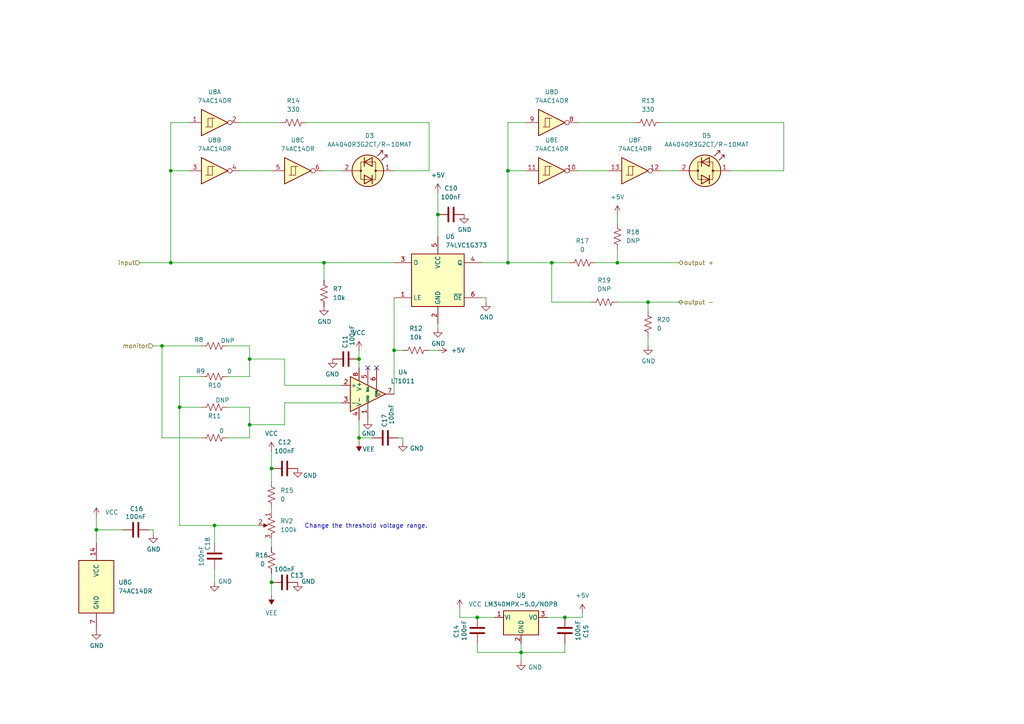
<source format=kicad_sch>
(kicad_sch (version 20231120) (generator "eeschema") (generator_version "8.0")
  (paper "A4")
  (lib_symbols
    (symbol "74xGxx:74LVC1G373"
      (property "Reference" "U" (at -5.08 10.16 0))
      (property "Value" "74LVC1G373" (at 7.62 -10.16 0))
      (symbol "74LVC1G373_0_1"
        (rectangle (start -7.62 7.62) (end 7.62 -7.62) (stroke (width 0.254)) (fill (type background)))
      )
      (symbol "74LVC1G373_1_1"
        (pin input line (at -12.7 -5.08 0) (length 5.08) (name "LE") (number "1"))
        (pin power_in line (at 0 -12.7 90) (length 5.08) (name "GND") (number "2"))
        (pin input line (at -12.7 5.08 0) (length 5.08) (name "D") (number "3"))
        (pin tri_state line (at 12.7 5.08 180) (length 5.08) (name "Q") (number "4"))
        (pin power_in line (at 0 12.7 270) (length 5.08) (name "VCC") (number "5"))
        (pin input line (at 12.7 -5.08 180) (length 5.08) (name "~{OE}") (number "6"))
      )
    )
    (symbol "74xx:74LS14" (pin_names (offset 1.016))
      (property "Reference" "U" (at 0 1.27 0))
      (property "Value" "74LS14" (at 0 -1.27 0))
      (symbol "74LS14_1_0"
        (polyline (pts (xy -3.81 3.81) (xy -3.81 -3.81) (xy 3.81 0) (xy -3.81 3.81)) (stroke (width 0.254)) (fill (type background)))
        (pin input line (at -7.62 0 0) (length 3.81) (name "~") (number "1"))
        (pin output inverted (at 7.62 0 180) (length 3.81) (name "~") (number "2"))
      )
      (symbol "74LS14_1_1"
        (polyline (pts (xy -1.905 -1.27) (xy -1.905 1.27) (xy -0.635 1.27)))
        (polyline (pts (xy -2.54 -1.27) (xy -0.635 -1.27) (xy -0.635 1.27) (xy 0 1.27)))
      )
      (symbol "74LS14_2_0"
        (polyline (pts (xy -3.81 3.81) (xy -3.81 -3.81) (xy 3.81 0) (xy -3.81 3.81)) (stroke (width 0.254)) (fill (type background)))
        (pin input line (at -7.62 0 0) (length 3.81) (name "~") (number "3"))
        (pin output inverted (at 7.62 0 180) (length 3.81) (name "~") (number "4"))
      )
      (symbol "74LS14_2_1"
        (polyline (pts (xy -1.905 -1.27) (xy -1.905 1.27) (xy -0.635 1.27)))
        (polyline (pts (xy -2.54 -1.27) (xy -0.635 -1.27) (xy -0.635 1.27) (xy 0 1.27)))
      )
      (symbol "74LS14_3_0"
        (polyline (pts (xy -3.81 3.81) (xy -3.81 -3.81) (xy 3.81 0) (xy -3.81 3.81)) (stroke (width 0.254)) (fill (type background)))
        (pin input line (at -7.62 0 0) (length 3.81) (name "~") (number "5"))
        (pin output inverted (at 7.62 0 180) (length 3.81) (name "~") (number "6"))
      )
      (symbol "74LS14_3_1"
        (polyline (pts (xy -1.905 -1.27) (xy -1.905 1.27) (xy -0.635 1.27)))
        (polyline (pts (xy -2.54 -1.27) (xy -0.635 -1.27) (xy -0.635 1.27) (xy 0 1.27)))
      )
      (symbol "74LS14_4_0"
        (polyline (pts (xy -3.81 3.81) (xy -3.81 -3.81) (xy 3.81 0) (xy -3.81 3.81)) (stroke (width 0.254)) (fill (type background)))
        (pin output inverted (at 7.62 0 180) (length 3.81) (name "~") (number "8"))
        (pin input line (at -7.62 0 0) (length 3.81) (name "~") (number "9"))
      )
      (symbol "74LS14_4_1"
        (polyline (pts (xy -1.905 -1.27) (xy -1.905 1.27) (xy -0.635 1.27)))
        (polyline (pts (xy -2.54 -1.27) (xy -0.635 -1.27) (xy -0.635 1.27) (xy 0 1.27)))
      )
      (symbol "74LS14_5_0"
        (polyline (pts (xy -3.81 3.81) (xy -3.81 -3.81) (xy 3.81 0) (xy -3.81 3.81)) (stroke (width 0.254)) (fill (type background)))
        (pin output inverted (at 7.62 0 180) (length 3.81) (name "~") (number "10"))
        (pin input line (at -7.62 0 0) (length 3.81) (name "~") (number "11"))
      )
      (symbol "74LS14_5_1"
        (polyline (pts (xy -1.905 -1.27) (xy -1.905 1.27) (xy -0.635 1.27)))
        (polyline (pts (xy -2.54 -1.27) (xy -0.635 -1.27) (xy -0.635 1.27) (xy 0 1.27)))
      )
      (symbol "74LS14_6_0"
        (polyline (pts (xy -3.81 3.81) (xy -3.81 -3.81) (xy 3.81 0) (xy -3.81 3.81)) (stroke (width 0.254)) (fill (type background)))
        (pin output inverted (at 7.62 0 180) (length 3.81) (name "~") (number "12"))
        (pin input line (at -7.62 0 0) (length 3.81) (name "~") (number "13"))
      )
      (symbol "74LS14_6_1"
        (polyline (pts (xy -1.905 -1.27) (xy -1.905 1.27) (xy -0.635 1.27)))
        (polyline (pts (xy -2.54 -1.27) (xy -0.635 -1.27) (xy -0.635 1.27) (xy 0 1.27)))
      )
      (symbol "74LS14_7_0"
        (pin power_in line (at 0 12.7 270) (length 5.08) (name "VCC") (number "14"))
        (pin power_in line (at 0 -12.7 90) (length 5.08) (name "GND") (number "7"))
      )
      (symbol "74LS14_7_1"
        (rectangle (start -5.08 7.62) (end 5.08 -7.62) (stroke (width 0.254)) (fill (type background)))
      )
    )
    (symbol "Coil_speedifier-rescue:GND-power" (power) (pin_names (offset 0))
      (property "Value" "power_GND" (at 0 -3.81 0))
      (symbol "GND-power_0_1"
        (polyline (pts (xy 0 0) (xy 0 -1.27) (xy 1.27 -1.27) (xy 0 -2.54) (xy -1.27 -1.27) (xy 0 -1.27)))
      )
      (symbol "GND-power_1_1"
        (pin power_in line (at 0 0 270) (length 0) hide (name "GND") (number "1"))
      )
    )
    (symbol "Comparator:LT1011" (pin_names (offset 0.127))
      (property "Reference" "U" (at 3.81 6.35 0))
      (property "Value" "LT1011" (at 3.81 3.81 0))
      (symbol "LT1011_0_1"
        (polyline (pts (xy 5.08 0) (xy -5.08 5.08) (xy -5.08 -5.08) (xy 5.08 0)) (stroke (width 0.254)) (fill (type background)))
        (polyline (pts (xy 3.683 -0.381) (xy 3.302 -0.381) (xy 3.683 0) (xy 3.302 0.381) (xy 2.921 0) (xy 3.302 -0.381) (xy 2.921 -0.381)) (stroke (width 0.127)))
      )
      (symbol "LT1011_1_1"
        (pin passive line (at 0 -7.62 90) (length 5.08) (name "GND") (number "1"))
        (pin input line (at -7.62 2.54 0) (length 2.54) (name "+") (number "2"))
        (pin input line (at -7.62 -2.54 0) (length 2.54) (name "-") (number "3"))
        (pin power_in line (at -2.54 -7.62 90) (length 3.81) (name "V-") (number "4"))
        (pin input line (at 0 7.62 270) (length 5.08) (name "BAL") (number "5"))
        (pin input line (at 2.54 7.62 270) (length 6.35) (name "STRB") (number "6"))
        (pin open_collector line (at 7.62 0 180) (length 2.54) (name "~") (number "7"))
        (pin power_in line (at -2.54 7.62 270) (length 3.81) (name "V+") (number "8"))
      )
    )
    (symbol "Device:C" (pin_numbers hide) (pin_names (offset 0.254))
      (property "Reference" "C" (at 0.635 2.54 0))
      (property "Value" "C" (at 0.635 -2.54 0))
      (symbol "C_0_1"
        (polyline (pts (xy -2.032 -0.762) (xy 2.032 -0.762)) (stroke (width 0.508)))
        (polyline (pts (xy -2.032 0.762) (xy 2.032 0.762)) (stroke (width 0.508)))
      )
      (symbol "C_1_1"
        (pin passive line (at 0 3.81 270) (length 2.794) (name "~") (number "1"))
        (pin passive line (at 0 -3.81 90) (length 2.794) (name "~") (number "2"))
      )
    )
    (symbol "Device:LED_Dual_Bidirectional" (pin_names (offset 0) hide)
      (property "Reference" "D" (at 0 5.715 0))
      (property "Value" "LED_Dual_Bidirectional" (at 0 -6.35 0))
      (symbol "LED_Dual_Bidirectional_0_1"
        (circle (center -2.032 0) (radius 0.254) (fill (type outline)))
        (polyline (pts (xy -4.572 0) (xy -2.54 0)))
        (polyline (pts (xy -2.032 0) (xy -2.54 0)))
        (polyline (pts (xy -1.016 3.81) (xy -1.016 1.27)) (stroke (width 0.254)))
        (polyline (pts (xy 1.27 -1.27) (xy 1.27 -3.81)) (stroke (width 0.254)))
        (polyline (pts (xy 4.064 0) (xy 2.286 0)) (fill (type outline)))
        (polyline (pts (xy 4.318 5.842) (xy 4.318 5.08)) (stroke (width 0.2032)))
        (polyline (pts (xy 5.588 4.572) (xy 5.588 3.81)) (stroke (width 0.2032)))
        (polyline (pts (xy 2.794 4.318) (xy 4.318 5.842) (xy 3.556 5.842)) (stroke (width 0.2032)))
        (polyline (pts (xy 4.064 3.048) (xy 5.588 4.572) (xy 4.826 4.572)) (stroke (width 0.2032)))
        (polyline (pts (xy -1.016 -1.27) (xy -1.016 -3.81) (xy 1.27 -2.54) (xy -1.016 -1.27)) (stroke (width 0.254)))
        (polyline (pts (xy 1.27 3.81) (xy 1.27 1.27) (xy -1.016 2.54) (xy 1.27 3.81)) (stroke (width 0.254)))
        (polyline (pts (xy 2.286 2.54) (xy -2.032 2.54) (xy -2.032 -2.54) (xy 2.286 -2.54) (xy 2.286 2.54)))
        (circle (center 0 0) (radius 4.572) (stroke (width 0.254)) (fill (type background)))
        (circle (center 2.286 0) (radius 0.254) (fill (type outline)))
      )
      (symbol "LED_Dual_Bidirectional_1_1"
        (pin input line (at 7.62 0 180) (length 3.81) (name "KA") (number "1"))
        (pin input line (at -7.62 0 0) (length 3.048) (name "AK") (number "2"))
      )
    )
    (symbol "Device:R_Potentiometer_US" (pin_names (offset 1.016) hide)
      (property "Reference" "RV" (at -4.445 0 90))
      (property "Value" "R_Potentiometer_US" (at -2.54 0 90))
      (symbol "R_Potentiometer_US_0_1"
        (polyline (pts (xy 0 -2.286) (xy 0 -2.54)))
        (polyline (pts (xy 0 2.54) (xy 0 2.286)))
        (polyline (pts (xy 2.54 0) (xy 1.524 0)))
        (polyline (pts (xy 1.143 0) (xy 2.286 0.508) (xy 2.286 -0.508) (xy 1.143 0)) (fill (type outline)))
        (polyline (pts (xy 0 -0.762) (xy 1.016 -1.143) (xy 0 -1.524) (xy -1.016 -1.905) (xy 0 -2.286)))
        (polyline (pts (xy 0 0.762) (xy 1.016 0.381) (xy 0 0) (xy -1.016 -0.381) (xy 0 -0.762)))
        (polyline (pts (xy 0 2.286) (xy 1.016 1.905) (xy 0 1.524) (xy -1.016 1.143) (xy 0 0.762)))
      )
      (symbol "R_Potentiometer_US_1_1"
        (pin passive line (at 0 3.81 270) (length 1.27) (name "1") (number "1"))
        (pin passive line (at 3.81 0 180) (length 1.27) (name "2") (number "2"))
        (pin passive line (at 0 -3.81 90) (length 1.27) (name "3") (number "3"))
      )
    )
    (symbol "Device:R_US" (pin_numbers hide) (pin_names (offset 0))
      (property "Reference" "R" (at 2.54 0 90))
      (property "Value" "R_US" (at -2.54 0 90))
      (symbol "R_US_0_1"
        (polyline (pts (xy 0 -2.286) (xy 0 -2.54)))
        (polyline (pts (xy 0 2.286) (xy 0 2.54)))
        (polyline (pts (xy 0 -0.762) (xy 1.016 -1.143) (xy 0 -1.524) (xy -1.016 -1.905) (xy 0 -2.286)))
        (polyline (pts (xy 0 0.762) (xy 1.016 0.381) (xy 0 0) (xy -1.016 -0.381) (xy 0 -0.762)))
        (polyline (pts (xy 0 2.286) (xy 1.016 1.905) (xy 0 1.524) (xy -1.016 1.143) (xy 0 0.762)))
      )
      (symbol "R_US_1_1"
        (pin passive line (at 0 3.81 270) (length 1.27) (name "~") (number "1"))
        (pin passive line (at 0 -3.81 90) (length 1.27) (name "~") (number "2"))
      )
    )
    (symbol "Regulator_Linear:LM7805_TO220" (pin_names (offset 0.254))
      (property "Reference" "U" (at -3.81 3.175 0))
      (property "Value" "LM7805_TO220" (at 0 3.175 0))
      (symbol "LM7805_TO220_0_1"
        (rectangle (start -5.08 1.905) (end 5.08 -5.08) (stroke (width 0.254)) (fill (type background)))
      )
      (symbol "LM7805_TO220_1_1"
        (pin power_in line (at -7.62 0 0) (length 2.54) (name "VI") (number "1"))
        (pin power_in line (at 0 -7.62 90) (length 2.54) (name "GND") (number "2"))
        (pin power_out line (at 7.62 0 180) (length 2.54) (name "VO") (number "3"))
      )
    )
    (symbol "power:+5V" (power) (pin_numbers hide) (pin_names (offset 0) hide)
      (property "Value" "+5V" (at 0 3.556 0))
      (symbol "+5V_0_1"
        (polyline (pts (xy -0.762 1.27) (xy 0 2.54)))
        (polyline (pts (xy 0 0) (xy 0 2.54)))
        (polyline (pts (xy 0 2.54) (xy 0.762 1.27)))
      )
      (symbol "+5V_1_1"
        (pin power_in line (at 0 0 90) (length 0) (name "~") (number "1"))
      )
    )
    (symbol "power:VCC" (power) (pin_numbers hide) (pin_names (offset 0) hide)
      (property "Value" "VCC" (at 0 3.556 0))
      (symbol "VCC_0_1"
        (polyline (pts (xy -0.762 1.27) (xy 0 2.54)))
        (polyline (pts (xy 0 0) (xy 0 2.54)))
        (polyline (pts (xy 0 2.54) (xy 0.762 1.27)))
      )
      (symbol "VCC_1_1"
        (pin power_in line (at 0 0 90) (length 0) (name "~") (number "1"))
      )
    )
    (symbol "power:VEE" (power) (pin_numbers hide) (pin_names (offset 0) hide)
      (property "Value" "VEE" (at 0 3.556 0))
      (symbol "VEE_0_1"
        (polyline (pts (xy 0 0) (xy 0 2.54)))
        (polyline (pts (xy 0.762 1.27) (xy -0.762 1.27) (xy 0 2.54) (xy 0.762 1.27)) (fill (type outline)))
      )
      (symbol "VEE_1_1"
        (pin power_in line (at 0 0 90) (length 0) (name "~") (number "1"))
      )
    )
  )
  (junction (at 46.99 100.33))
  (junction (at 49.53 76.2))
  (junction (at 147.32 76.2))
  (junction (at 72.39 123.19))
  (junction (at 151.13 189.23))
  (junction (at 62.23 152.4))
  (junction (at 52.07 118.11))
  (junction (at 147.32 49.53))
  (junction (at 104.14 127))
  (junction (at 93.98 76.2))
  (junction (at 78.74 135.89))
  (junction (at 72.39 104.14))
  (junction (at 104.14 104.14))
  (junction (at 163.83 179.07))
  (junction (at 179.07 76.2))
  (junction (at 49.53 49.53))
  (junction (at 127 62.23))
  (junction (at 138.43 179.07))
  (junction (at 78.74 168.91))
  (junction (at 187.96 87.63))
  (junction (at 27.94 153.67))
  (junction (at 114.3 101.6))
  (junction (at 160.02 76.2))
  (no_connect (at 109.22 106.68))
  (no_connect (at 106.68 106.68))
  (wire (pts (xy 187.96 87.63) (xy 198.12 87.63)))
  (wire (pts (xy 163.83 189.23) (xy 151.13 189.23)))
  (wire (pts (xy 78.74 130.81) (xy 78.74 135.89)))
  (wire (pts (xy 46.99 100.33) (xy 58.42 100.33)))
  (wire (pts (xy 58.42 109.22) (xy 52.07 109.22)))
  (wire (pts (xy 72.39 118.11) (xy 72.39 123.19)))
  (wire (pts (xy 44.45 153.67) (xy 43.18 153.67)))
  (wire (pts (xy 62.23 157.48) (xy 62.23 152.4)))
  (wire (pts (xy 127 62.23) (xy 127 68.58)))
  (wire (pts (xy 66.04 118.11) (xy 72.39 118.11)))
  (wire (pts (xy 147.32 76.2) (xy 160.02 76.2)))
  (wire (pts (xy 158.75 179.07) (xy 163.83 179.07)))
  (wire (pts (xy 127 55.88) (xy 127 62.23)))
  (wire (pts (xy 124.46 35.56) (xy 124.46 49.53)))
  (wire (pts (xy 62.23 152.4) (xy 74.93 152.4)))
  (wire (pts (xy 116.84 127) (xy 115.57 127)))
  (wire (pts (xy 160.02 76.2) (xy 165.1 76.2)))
  (wire (pts (xy 104.14 127) (xy 107.95 127)))
  (wire (pts (xy 160.02 87.63) (xy 160.02 76.2)))
  (wire (pts (xy 114.3 86.36) (xy 114.3 101.6)))
  (wire (pts (xy 179.07 72.39) (xy 179.07 76.2)))
  (wire (pts (xy 27.94 153.67) (xy 27.94 157.48)))
  (wire (pts (xy 114.3 101.6) (xy 114.3 114.3)))
  (wire (pts (xy 167.64 35.56) (xy 184.15 35.56)))
  (wire (pts (xy 104.14 127) (xy 104.14 128.27)))
  (wire (pts (xy 58.42 127) (xy 46.99 127)))
  (wire (pts (xy 52.07 118.11) (xy 52.07 152.4)))
  (wire (pts (xy 82.55 111.76) (xy 82.55 104.14)))
  (wire (pts (xy 168.91 179.07) (xy 163.83 179.07)))
  (wire (pts (xy 40.64 76.2) (xy 49.53 76.2)))
  (wire (pts (xy 78.74 135.89) (xy 78.74 139.7)))
  (wire (pts (xy 133.35 176.53) (xy 133.35 179.07)))
  (wire (pts (xy 187.96 97.79) (xy 187.96 100.33)))
  (wire (pts (xy 179.07 62.23) (xy 179.07 64.77)))
  (wire (pts (xy 114.3 76.2) (xy 93.98 76.2)))
  (wire (pts (xy 27.94 149.86) (xy 27.94 153.67)))
  (wire (pts (xy 99.06 111.76) (xy 82.55 111.76)))
  (wire (pts (xy 163.83 186.69) (xy 163.83 189.23)))
  (wire (pts (xy 49.53 35.56) (xy 49.53 49.53)))
  (wire (pts (xy 114.3 101.6) (xy 116.84 101.6)))
  (wire (pts (xy 52.07 118.11) (xy 58.42 118.11)))
  (wire (pts (xy 227.33 35.56) (xy 227.33 49.53)))
  (wire (pts (xy 167.64 49.53) (xy 176.53 49.53)))
  (wire (pts (xy 227.33 49.53) (xy 212.09 49.53)))
  (wire (pts (xy 147.32 49.53) (xy 152.4 49.53)))
  (wire (pts (xy 46.99 127) (xy 46.99 100.33)))
  (wire (pts (xy 127 101.6) (xy 124.46 101.6)))
  (wire (pts (xy 44.45 154.94) (xy 44.45 153.67)))
  (wire (pts (xy 191.77 49.53) (xy 196.85 49.53)))
  (wire (pts (xy 147.32 35.56) (xy 147.32 49.53)))
  (wire (pts (xy 69.85 49.53) (xy 78.74 49.53)))
  (wire (pts (xy 66.04 100.33) (xy 72.39 100.33)))
  (wire (pts (xy 171.45 87.63) (xy 160.02 87.63)))
  (wire (pts (xy 49.53 49.53) (xy 49.53 76.2)))
  (wire (pts (xy 82.55 123.19) (xy 72.39 123.19)))
  (wire (pts (xy 35.56 153.67) (xy 27.94 153.67)))
  (wire (pts (xy 151.13 186.69) (xy 151.13 189.23)))
  (wire (pts (xy 140.97 86.36) (xy 139.7 86.36)))
  (wire (pts (xy 139.7 76.2) (xy 147.32 76.2)))
  (wire (pts (xy 88.9 35.56) (xy 124.46 35.56)))
  (wire (pts (xy 66.04 109.22) (xy 72.39 109.22)))
  (wire (pts (xy 78.74 166.37) (xy 78.74 168.91)))
  (wire (pts (xy 151.13 189.23) (xy 151.13 191.77)))
  (wire (pts (xy 104.14 104.14) (xy 104.14 106.68)))
  (wire (pts (xy 52.07 152.4) (xy 62.23 152.4)))
  (wire (pts (xy 196.85 76.2) (xy 179.07 76.2)))
  (wire (pts (xy 72.39 104.14) (xy 72.39 109.22)))
  (wire (pts (xy 179.07 87.63) (xy 187.96 87.63)))
  (wire (pts (xy 127 95.25) (xy 127 93.98)))
  (wire (pts (xy 133.35 179.07) (xy 138.43 179.07)))
  (wire (pts (xy 72.39 100.33) (xy 72.39 104.14)))
  (wire (pts (xy 138.43 186.69) (xy 138.43 189.23)))
  (wire (pts (xy 138.43 189.23) (xy 151.13 189.23)))
  (wire (pts (xy 44.45 100.33) (xy 46.99 100.33)))
  (wire (pts (xy 116.84 128.27) (xy 116.84 127)))
  (wire (pts (xy 99.06 116.84) (xy 82.55 116.84)))
  (wire (pts (xy 49.53 76.2) (xy 93.98 76.2)))
  (wire (pts (xy 191.77 35.56) (xy 227.33 35.56)))
  (wire (pts (xy 78.74 168.91) (xy 78.74 172.72)))
  (wire (pts (xy 82.55 116.84) (xy 82.55 123.19)))
  (wire (pts (xy 104.14 121.92) (xy 104.14 127)))
  (wire (pts (xy 99.06 49.53) (xy 93.98 49.53)))
  (wire (pts (xy 82.55 104.14) (xy 72.39 104.14)))
  (wire (pts (xy 66.04 127) (xy 72.39 127)))
  (wire (pts (xy 54.61 35.56) (xy 49.53 35.56)))
  (wire (pts (xy 140.97 87.63) (xy 140.97 86.36)))
  (wire (pts (xy 147.32 49.53) (xy 147.32 76.2)))
  (wire (pts (xy 168.91 177.8) (xy 168.91 179.07)))
  (wire (pts (xy 49.53 49.53) (xy 54.61 49.53)))
  (wire (pts (xy 104.14 101.6) (xy 104.14 104.14)))
  (wire (pts (xy 62.23 165.1) (xy 62.23 168.91)))
  (wire (pts (xy 78.74 158.75) (xy 78.74 156.21)))
  (wire (pts (xy 138.43 179.07) (xy 143.51 179.07)))
  (wire (pts (xy 93.98 81.28) (xy 93.98 76.2)))
  (wire (pts (xy 69.85 35.56) (xy 81.28 35.56)))
  (wire (pts (xy 72.39 123.19) (xy 72.39 127)))
  (wire (pts (xy 78.74 147.32) (xy 78.74 148.59)))
  (wire (pts (xy 52.07 109.22) (xy 52.07 118.11)))
  (wire (pts (xy 124.46 49.53) (xy 114.3 49.53)))
  (wire (pts (xy 152.4 35.56) (xy 147.32 35.56)))
  (wire (pts (xy 187.96 87.63) (xy 187.96 90.17)))
  (wire (pts (xy 172.72 76.2) (xy 179.07 76.2)))
  (text "Change the threshold voltage range." (at 106.172 152.654 0) (effects (font (size 1.27 1.27))))
  (hierarchical_label "output -" (shape bidirectional) (at 196.85 87.63 0))
  (hierarchical_label "input" (shape input) (at 40.64 76.2 180))
  (hierarchical_label "monitor" (shape input) (at 44.45 100.33 180))
  (hierarchical_label "output +" (shape bidirectional) (at 196.85 76.2 0))
  (symbol (lib_id "power:VCC") (at 78.74 130.81 0) (unit 1)
    (property "Reference" "#PWR029" (effects (hide yes)))
    (property "Value" "VCC" (at 78.74 125.73 0))
    (property "Description" "Power symbol creates a global label with name \"VCC\"" (effects (hide yes)))
  )
  (symbol (lib_id "Coil_speedifier-rescue:GND-power") (at 86.36 135.89 0) (unit 1)
    (property "Reference" "#PWR034" (effects (hide yes)))
    (property "Value" "GND" (at 89.916 137.922 0))
  )
  (symbol (lib_id "power:VEE") (at 104.14 128.27 180) (unit 1)
    (property "Reference" "#PWR032" (effects (hide yes)))
    (property "Value" "VEE" (at 106.934 130.302 0))
    (property "Description" "Power symbol creates a global label with name \"VEE\"" (effects (hide yes)))
  )
  (symbol (lib_id "Coil_speedifier-rescue:GND-power") (at 27.94 182.88 0) (unit 1)
    (property "Reference" "#PWR018" (effects (hide yes)))
    (property "Value" "GND" (at 28.067 187.2742 0))
  )
  (symbol (lib_id "Coil_speedifier-rescue:GND-power") (at 116.84 128.27 0) (unit 1)
    (property "Reference" "#PWR041" (effects (hide yes)))
    (property "Value" "GND" (at 120.904 130.048 0))
  )
  (symbol (lib_id "power:VEE") (at 78.74 172.72 180) (unit 1)
    (property "Reference" "#PWR028" (effects (hide yes)))
    (property "Value" "VEE" (at 78.74 177.8 0))
    (property "Description" "Power symbol creates a global label with name \"VEE\"" (effects (hide yes)))
  )
  (symbol (lib_id "Coil_speedifier-rescue:GND-power") (at 106.68 121.92 0) (unit 1)
    (property "Reference" "#PWR031" (effects (hide yes)))
    (property "Value" "GND" (at 106.934 125.73 0))
  )
  (symbol (lib_id "Device:R_US") (at 85.09 35.56 90) (unit 1)
    (property "Reference" "R14" (at 85.09 29.21 90))
    (property "Value" "330" (at 85.09 31.75 90))
    (property "Footprint" "Resistor_SMD:R_0805_2012Metric" (effects (hide yes)))
    (property "Description" "Resistor, US symbol" (effects (hide yes)))
    (property "DIGIKEY" "A129743CT-ND" (effects (hide yes)))
    (property "PARTNO" "CRGCQ0805F330R" (effects (hide yes)))
  )
  (symbol (lib_id "Device:R_US") (at 62.23 100.33 90) (unit 1)
    (property "Reference" "R8" (at 57.658 98.552 90))
    (property "Value" "DNP" (at 66.04 98.806 90))
    (property "Footprint" "Resistor_SMD:R_0805_2012Metric" (effects (hide yes)))
    (property "Description" "Resistor, US symbol" (effects (hide yes)))
  )
  (symbol (lib_id "Device:R_US") (at 62.23 109.22 90) (unit 1)
    (property "Reference" "R9" (at 58.166 107.696 90))
    (property "Value" "0" (at 66.548 107.696 90))
    (property "Footprint" "Resistor_SMD:R_0805_2012Metric" (effects (hide yes)))
    (property "Description" "Resistor, US symbol" (effects (hide yes)))
    (property "DIGIKEY" "A106066CT-ND" (effects (hide yes)))
    (property "PARTNO" "CRG0805ZR" (effects (hide yes)))
  )
  (symbol (lib_id "Coil_speedifier-rescue:GND-power") (at 96.52 104.14 0) (mirror y) (unit 1)
    (property "Reference" "#PWR036" (effects (hide yes)))
    (property "Value" "GND" (at 96.393 108.5342 0))
  )
  (symbol (lib_id "Device:R_US") (at 179.07 68.58 180) (unit 1)
    (property "Reference" "R18" (at 181.61 67.3099 0) (effects (justify right)))
    (property "Value" "DNP" (at 181.61 69.8499 0) (effects (justify right)))
    (property "Footprint" "Resistor_SMD:R_0805_2012Metric" (effects (hide yes)))
    (property "Description" "Resistor, US symbol" (effects (hide yes)))
  )
  (symbol (lib_id "Device:R_US") (at 78.74 143.51 180) (unit 1)
    (property "Reference" "R15" (at 81.28 142.2399 0) (effects (justify right)))
    (property "Value" "0" (at 81.28 144.7799 0) (effects (justify right)))
    (property "Footprint" "Resistor_SMD:R_0805_2012Metric" (effects (hide yes)))
    (property "Description" "Resistor, US symbol" (effects (hide yes)))
    (property "DIGIKEY" "A106066CT-ND" (effects (hide yes)))
    (property "PARTNO" "CRG0805ZR" (effects (hide yes)))
  )
  (symbol (lib_id "Coil_speedifier-rescue:GND-power") (at 140.97 87.63 0) (unit 1)
    (property "Reference" "#PWR025" (effects (hide yes)))
    (property "Value" "GND" (at 141.097 92.0242 0))
  )
  (symbol (lib_id "Device:C") (at 111.76 127 270) (mirror x) (unit 1)
    (property "Reference" "C17" (at 111.506 123.952 0) (effects (justify left)))
    (property "Value" "100nF" (at 113.538 123.19 0) (effects (justify left)))
    (property "Footprint" "Capacitor_SMD:C_0805_2012Metric" (effects (hide yes)))
    (property "Description" "Unpolarized capacitor" (effects (hide yes)))
    (property "DIGIKEY" "311-1140-1-ND" (effects (hide yes)))
    (property "PARTNO" "CC0805KRX7R9BB104" (effects (hide yes)))
  )
  (symbol (lib_id "Coil_speedifier-rescue:GND-power") (at 93.98 88.9 0) (unit 1)
    (property "Reference" "#PWR024" (effects (hide yes)))
    (property "Value" "GND" (at 94.107 93.2942 0))
  )
  (symbol (lib_id "power:VCC") (at 104.14 101.6 0) (mirror y) (unit 1)
    (property "Reference" "#PWR033" (effects (hide yes)))
    (property "Value" "VCC" (at 104.14 96.52 0))
    (property "Description" "Power symbol creates a global label with name \"VCC\"" (effects (hide yes)))
  )
  (symbol (lib_id "Device:C") (at 82.55 135.89 90) (unit 1)
    (property "Reference" "C12" (at 82.55 128.27 90))
    (property "Value" "100nF" (at 82.55 130.81 90))
    (property "Footprint" "Capacitor_SMD:C_0805_2012Metric" (effects (hide yes)))
    (property "Description" "Unpolarized capacitor" (effects (hide yes)))
    (property "DIGIKEY" "311-1140-1-ND" (effects (hide yes)))
    (property "PARTNO" "CC0805KRX7R9BB104" (effects (hide yes)))
  )
  (symbol (lib_id "Device:C") (at 62.23 161.29 180) (unit 1)
    (property "Reference" "C18" (at 60.198 157.734 90))
    (property "Value" "100nF" (at 58.42 161.29 90))
    (property "Footprint" "Capacitor_SMD:C_0805_2012Metric" (effects (hide yes)))
    (property "Description" "Unpolarized capacitor" (effects (hide yes)))
    (property "DIGIKEY" "311-1140-1-ND" (effects (hide yes)))
    (property "PARTNO" "CC0805KRX7R9BB104" (effects (hide yes)))
  )
  (symbol (lib_id "Device:R_US") (at 93.98 85.09 0) (unit 1)
    (property "Reference" "R7" (at 96.52 83.8199 0) (effects (justify left)))
    (property "Value" "10k" (at 96.52 86.3599 0) (effects (justify left)))
    (property "Footprint" "Resistor_SMD:R_0805_2012Metric" (effects (hide yes)))
    (property "Description" "Resistor, US symbol" (effects (hide yes)))
    (property "DIGIKEY" "A129761CT-ND" (effects (hide yes)))
    (property "PARTNO" "CRGCQ0805F10K" (effects (hide yes)))
  )
  (symbol (lib_id "power:+5V") (at 179.07 62.23 0) (unit 1)
    (property "Reference" "#PWR043" (effects (hide yes)))
    (property "Value" "+5V" (at 179.07 57.15 0))
    (property "Description" "Power symbol creates a global label with name \"+5V\"" (effects (hide yes)))
  )
  (symbol (lib_id "Regulator_Linear:LM7805_TO220") (at 151.13 179.07 0) (unit 1)
    (property "Reference" "U5" (at 151.13 172.72 0))
    (property "Value" "LM340MPX-5.0/NOPB" (at 151.13 175.26 0))
    (property "Footprint" "Package_TO_SOT_SMD:SOT-223-3_TabPin2" (effects (hide yes)))
    (property "Datasheet" "https://www.onsemi.cn/PowerSolutions/document/MC7800-D.PDF" (effects (hide yes)))
    (property "Description" "Positive 1A 35V Linear Regulator, Fixed Output 5V, TO-220" (effects (hide yes)))
    (property "PARTNO" "LM340MPX-5.0/NOPB" (effects (hide yes)))
    (property "DIGIKEY" "LM340MPX-5.0/NOPBCT-ND" (effects (hide yes)))
  )
  (symbol (lib_id "Device:LED_Dual_Bidirectional") (at 106.68 49.53 0) (unit 1)
    (property "Reference" "D3" (at 107.1753 39.37 0))
    (property "Value" "AA4040R3G2CT/R-10MAT" (at 107.1753 41.91 0))
    (property "Footprint" "footprints:LED_boomerang" (effects (hide yes)))
    (property "Description" "Dual LED, bidirectional" (effects (hide yes)))
    (property "PARTNO" "AA4040R3G2CT/R-10MAT" (effects (hide yes)))
    (property "DIGIKEY" "754-AA4040R3G2CT/R-10MATCT-ND" (effects (hide yes)))
  )
  (symbol (lib_id "Device:R_US") (at 187.96 93.98 180) (unit 1)
    (property "Reference" "R20" (at 190.5 92.7099 0) (effects (justify right)))
    (property "Value" "0" (at 190.5 95.2499 0) (effects (justify right)))
    (property "Footprint" "Resistor_SMD:R_0805_2012Metric" (effects (hide yes)))
    (property "Description" "Resistor, US symbol" (effects (hide yes)))
    (property "DIGIKEY" "A106066CT-ND" (effects (hide yes)))
    (property "PARTNO" "CRG0805ZR" (effects (hide yes)))
  )
  (symbol (lib_id "Coil_speedifier-rescue:GND-power") (at 134.62 62.23 0) (unit 1)
    (property "Reference" "#PWR027" (effects (hide yes)))
    (property "Value" "GND" (at 134.747 66.6242 0))
  )
  (symbol (lib_id "Coil_speedifier-rescue:GND-power") (at 62.23 168.91 0) (unit 1)
    (property "Reference" "#PWR044" (effects (hide yes)))
    (property "Value" "GND" (at 65.278 168.656 0))
  )
  (symbol (lib_id "Coil_speedifier-rescue:GND-power") (at 44.45 154.94 0) (unit 1)
    (property "Reference" "#PWR040" (effects (hide yes)))
    (property "Value" "GND" (at 44.577 159.3342 0))
  )
  (symbol (lib_id "power:+5V") (at 127 101.6 270) (unit 1)
    (property "Reference" "#PWR022" (effects (hide yes)))
    (property "Value" "+5V" (at 130.81 101.5999 90) (effects (justify left)))
    (property "Description" "Power symbol creates a global label with name \"+5V\"" (effects (hide yes)))
  )
  (symbol (lib_id "Device:R_US") (at 175.26 87.63 270) (unit 1)
    (property "Reference" "R19" (at 175.26 81.28 90))
    (property "Value" "DNP" (at 175.26 83.82 90))
    (property "Footprint" "Resistor_SMD:R_0805_2012Metric" (effects (hide yes)))
    (property "Description" "Resistor, US symbol" (effects (hide yes)))
  )
  (symbol (lib_id "74xx:74LS14") (at 160.02 35.56 0) (unit 4)
    (property "Reference" "U8" (at 160.02 26.67 0))
    (property "Value" "74AC14DR" (at 160.02 29.21 0))
    (property "Footprint" "Package_SO:SOIC-14_3.9x8.7mm_P1.27mm" (effects (hide yes)))
    (property "Datasheet" "http://www.ti.com/lit/gpn/sn74LS14" (effects (hide yes)))
    (property "Description" "Hex inverter schmitt trigger" (effects (hide yes)))
    (property "PARTNO" "SN74AC14DR" (effects (hide yes)))
    (property "DIGIKEY" "296-4300-1-ND" (effects (hide yes)))
  )
  (symbol (lib_id "Device:C") (at 39.37 153.67 270) (mirror x) (unit 1)
    (property "Reference" "C16" (at 39.624 147.574 90))
    (property "Value" "100nF" (at 39.37 149.86 90))
    (property "Footprint" "Capacitor_SMD:C_0805_2012Metric" (effects (hide yes)))
    (property "Description" "Unpolarized capacitor" (effects (hide yes)))
    (property "DIGIKEY" "311-1140-1-ND" (effects (hide yes)))
    (property "PARTNO" "CC0805KRX7R9BB104" (effects (hide yes)))
  )
  (symbol (lib_id "Device:LED_Dual_Bidirectional") (at 204.47 49.53 0) (unit 1)
    (property "Reference" "D5" (at 204.9653 39.37 0))
    (property "Value" "AA4040R3G2CT/R-10MAT" (at 204.9653 41.91 0))
    (property "Footprint" "footprints:LED_boomerang" (effects (hide yes)))
    (property "Description" "Dual LED, bidirectional" (effects (hide yes)))
    (property "PARTNO" "AA4040R3G2CT/R-10MAT" (effects (hide yes)))
    (property "DIGIKEY" "754-AA4040R3G2CT/R-10MATCT-ND" (effects (hide yes)))
  )
  (symbol (lib_id "Coil_speedifier-rescue:GND-power") (at 187.96 100.33 0) (unit 1)
    (property "Reference" "#PWR042" (effects (hide yes)))
    (property "Value" "GND" (at 188.087 104.7242 0))
  )
  (symbol (lib_id "Device:C") (at 130.81 62.23 90) (unit 1)
    (property "Reference" "C10" (at 130.81 54.61 90))
    (property "Value" "100nF" (at 130.81 57.15 90))
    (property "Footprint" "Capacitor_SMD:C_0805_2012Metric" (effects (hide yes)))
    (property "Description" "Unpolarized capacitor" (effects (hide yes)))
    (property "DIGIKEY" "311-1140-1-ND" (effects (hide yes)))
    (property "PARTNO" "CC0805KRX7R9BB104" (effects (hide yes)))
  )
  (symbol (lib_id "Device:C") (at 100.33 104.14 270) (mirror x) (unit 1)
    (property "Reference" "C11" (at 100.076 101.092 0) (effects (justify left)))
    (property "Value" "100nF" (at 102.108 100.33 0) (effects (justify left)))
    (property "Footprint" "Capacitor_SMD:C_0805_2012Metric" (effects (hide yes)))
    (property "Description" "Unpolarized capacitor" (effects (hide yes)))
    (property "DIGIKEY" "311-1140-1-ND" (effects (hide yes)))
    (property "PARTNO" "CC0805KRX7R9BB104" (effects (hide yes)))
  )
  (symbol (lib_id "74xx:74LS14") (at 86.36 49.53 0) (unit 3)
    (property "Reference" "U8" (at 86.36 40.64 0))
    (property "Value" "74AC14DR" (at 86.36 43.18 0))
    (property "Footprint" "Package_SO:SOIC-14_3.9x8.7mm_P1.27mm" (effects (hide yes)))
    (property "Datasheet" "http://www.ti.com/lit/gpn/sn74LS14" (effects (hide yes)))
    (property "Description" "Hex inverter schmitt trigger" (effects (hide yes)))
    (property "PARTNO" "SN74AC14DR" (effects (hide yes)))
    (property "DIGIKEY" "296-4300-1-ND" (effects (hide yes)))
  )
  (symbol (lib_id "Device:R_US") (at 120.65 101.6 90) (unit 1)
    (property "Reference" "R12" (at 120.65 95.25 90))
    (property "Value" "10k" (at 120.65 97.79 90))
    (property "Footprint" "Resistor_SMD:R_0805_2012Metric" (effects (hide yes)))
    (property "Description" "Resistor, US symbol" (effects (hide yes)))
    (property "DIGIKEY" "A129761CT-ND" (effects (hide yes)))
    (property "PARTNO" "CRGCQ0805F10K" (effects (hide yes)))
  )
  (symbol (lib_id "Device:R_US") (at 62.23 127 90) (unit 1)
    (property "Reference" "R11" (at 62.23 120.65 90))
    (property "Value" "0" (at 64.262 124.968 90))
    (property "Footprint" "Resistor_SMD:R_0805_2012Metric" (effects (hide yes)))
    (property "Description" "Resistor, US symbol" (effects (hide yes)))
    (property "DIGIKEY" "A106066CT-ND" (effects (hide yes)))
    (property "PARTNO" "CRG0805ZR" (effects (hide yes)))
  )
  (symbol (lib_id "74xx:74LS14") (at 184.15 49.53 0) (unit 6)
    (property "Reference" "U8" (at 184.15 40.64 0))
    (property "Value" "74AC14DR" (at 184.15 43.18 0))
    (property "Footprint" "Package_SO:SOIC-14_3.9x8.7mm_P1.27mm" (effects (hide yes)))
    (property "Datasheet" "http://www.ti.com/lit/gpn/sn74LS14" (effects (hide yes)))
    (property "Description" "Hex inverter schmitt trigger" (effects (hide yes)))
    (property "PARTNO" "SN74AC14DR" (effects (hide yes)))
    (property "DIGIKEY" "296-4300-1-ND" (effects (hide yes)))
  )
  (symbol (lib_id "Device:C") (at 138.43 182.88 180) (unit 1)
    (property "Reference" "C14" (at 132.334 183.134 90))
    (property "Value" "100nF" (at 134.62 182.88 90))
    (property "Footprint" "Capacitor_SMD:C_0805_2012Metric" (effects (hide yes)))
    (property "Description" "Unpolarized capacitor" (effects (hide yes)))
    (property "DIGIKEY" "311-1140-1-ND" (effects (hide yes)))
    (property "PARTNO" "CC0805KRX7R9BB104" (effects (hide yes)))
  )
  (symbol (lib_id "Coil_speedifier-rescue:GND-power") (at 86.36 168.91 0) (unit 1)
    (property "Reference" "#PWR035" (effects (hide yes)))
    (property "Value" "GND" (at 89.408 168.656 0))
  )
  (symbol (lib_id "Coil_speedifier-rescue:GND-power") (at 151.13 191.77 0) (unit 1)
    (property "Reference" "#PWR037" (effects (hide yes)))
    (property "Value" "GND" (at 155.194 193.548 0))
  )
  (symbol (lib_id "power:VCC") (at 27.94 149.86 0) (unit 1)
    (property "Reference" "#PWR023" (effects (hide yes)))
    (property "Value" "VCC" (at 30.48 148.5899 0) (effects (justify left)))
    (property "Description" "Power symbol creates a global label with name \"VCC\"" (effects (hide yes)))
  )
  (symbol (lib_id "74xx:74LS14") (at 27.94 170.18 0) (unit 7)
    (property "Reference" "U8" (at 34.29 168.9099 0) (effects (justify left)))
    (property "Value" "74AC14DR" (at 34.29 171.4499 0) (effects (justify left)))
    (property "Footprint" "Package_SO:SOIC-14_3.9x8.7mm_P1.27mm" (effects (hide yes)))
    (property "Datasheet" "http://www.ti.com/lit/gpn/sn74LS14" (effects (hide yes)))
    (property "Description" "Hex inverter schmitt trigger" (effects (hide yes)))
    (property "PARTNO" "SN74AC14DR" (effects (hide yes)))
    (property "DIGIKEY" "296-4300-1-ND" (effects (hide yes)))
  )
  (symbol (lib_id "Device:R_US") (at 168.91 76.2 90) (unit 1)
    (property "Reference" "R17" (at 168.91 69.85 90))
    (property "Value" "0" (at 168.91 72.39 90))
    (property "Footprint" "Resistor_SMD:R_0805_2012Metric" (effects (hide yes)))
    (property "Description" "Resistor, US symbol" (effects (hide yes)))
    (property "DIGIKEY" "A106066CT-ND" (effects (hide yes)))
    (property "PARTNO" "CRG0805ZR" (effects (hide yes)))
  )
  (symbol (lib_id "Device:R_US") (at 78.74 162.56 180) (unit 1)
    (property "Reference" "R16" (at 73.914 161.036 0) (effects (justify right)))
    (property "Value" "0" (at 75.438 163.576 0) (effects (justify right)))
    (property "Footprint" "Resistor_SMD:R_0805_2012Metric" (effects (hide yes)))
    (property "Description" "Resistor, US symbol" (effects (hide yes)))
    (property "DIGIKEY" "A106066CT-ND" (effects (hide yes)))
    (property "PARTNO" "CRG0805ZR" (effects (hide yes)))
  )
  (symbol (lib_id "Device:C") (at 82.55 168.91 90) (unit 1)
    (property "Reference" "C13" (at 86.106 166.878 90))
    (property "Value" "100nF" (at 82.55 165.1 90))
    (property "Footprint" "Capacitor_SMD:C_0805_2012Metric" (effects (hide yes)))
    (property "Description" "Unpolarized capacitor" (effects (hide yes)))
    (property "DIGIKEY" "311-1140-1-ND" (effects (hide yes)))
    (property "PARTNO" "CC0805KRX7R9BB104" (effects (hide yes)))
  )
  (symbol (lib_id "power:VCC") (at 133.35 176.53 0) (unit 1)
    (property "Reference" "#PWR038" (effects (hide yes)))
    (property "Value" "VCC" (at 135.89 175.2599 0) (effects (justify left)))
    (property "Description" "Power symbol creates a global label with name \"VCC\"" (effects (hide yes)))
  )
  (symbol (lib_id "74xGxx:74LVC1G373") (at 127 81.28 0) (unit 1)
    (property "Reference" "U6" (at 129.1941 68.58 0) (effects (justify left)))
    (property "Value" "74LVC1G373" (at 129.1941 71.12 0) (effects (justify left)))
    (property "Footprint" "Package_TO_SOT_SMD:SOT-363_SC-70-6" (effects (hide yes)))
    (property "Datasheet" "http://www.ti.com/lit/sg/scyt129e/scyt129e.pdf" (effects (hide yes)))
    (property "Description" "Single D Latch, Low-Voltage CMOS" (effects (hide yes)))
    (property "PARTNO" "SN74LVC1G373DCKR" (effects (hide yes)))
    (property "DIGIKEY" "296-18775-1-ND" (effects (hide yes)))
  )
  (symbol (lib_id "power:+5V") (at 127 55.88 0) (unit 1)
    (property "Reference" "#PWR026" (effects (hide yes)))
    (property "Value" "+5V" (at 127 50.8 0))
    (property "Description" "Power symbol creates a global label with name \"+5V\"" (effects (hide yes)))
  )
  (symbol (lib_id "Device:R_Potentiometer_US") (at 78.74 152.4 0) (mirror y) (unit 1)
    (property "Reference" "RV2" (at 81.28 151.1299 0) (effects (justify right)))
    (property "Value" "100k" (at 81.28 153.6699 0) (effects (justify right)))
    (property "Footprint" "Potentiometer_THT:Potentiometer_Bourns_3266Y_Vertical" (effects (hide yes)))
    (property "Description" "Potentiometer, US symbol" (effects (hide yes)))
    (property "PARTNO" "3266Y-1-104LF" (effects (hide yes)))
    (property "DIGIKEY" "3266Y-1-104LF-ND" (effects (hide yes)))
  )
  (symbol (lib_id "Coil_speedifier-rescue:GND-power") (at 127 95.25 0) (unit 1)
    (property "Reference" "#PWR030" (effects (hide yes)))
    (property "Value" "GND" (at 127.127 99.6442 0))
  )
  (symbol (lib_id "Comparator:LT1011") (at 106.68 114.3 0) (unit 1)
    (property "Reference" "U4" (at 116.84 107.9814 0))
    (property "Value" "LT1011" (at 116.84 110.5214 0))
    (property "Footprint" "Package_SO:SO-8_3.9x4.9mm_P1.27mm" (effects (hide yes)))
    (property "Datasheet" "https://www.analog.com/media/en/technical-documentation/data-sheets/lt1011.pdf" (effects (hide yes)))
    (property "Description" "Voltage Comparator, DIP-8/SOIC-8" (effects (hide yes)))
    (property "PARTNO" "LT1011CS8#PBF" (effects (hide yes)))
    (property "DIGIKEY" "LT1011CS8#PBF-ND" (effects (hide yes)))
  )
  (symbol (lib_id "Device:R_US") (at 187.96 35.56 90) (unit 1)
    (property "Reference" "R13" (at 187.96 29.21 90))
    (property "Value" "330" (at 187.96 31.75 90))
    (property "Footprint" "Resistor_SMD:R_0805_2012Metric" (effects (hide yes)))
    (property "Description" "Resistor, US symbol" (effects (hide yes)))
    (property "DIGIKEY" "A129743CT-ND" (effects (hide yes)))
    (property "PARTNO" "CRGCQ0805F330R" (effects (hide yes)))
  )
  (symbol (lib_id "power:+5V") (at 168.91 177.8 0) (unit 1)
    (property "Reference" "#PWR039" (effects (hide yes)))
    (property "Value" "+5V" (at 168.91 172.72 0))
    (property "Description" "Power symbol creates a global label with name \"+5V\"" (effects (hide yes)))
  )
  (symbol (lib_id "74xx:74LS14") (at 62.23 35.56 0) (unit 1)
    (property "Reference" "U8" (at 62.23 26.67 0))
    (property "Value" "74AC14DR" (at 62.23 29.21 0))
    (property "Footprint" "Package_SO:SOIC-14_3.9x8.7mm_P1.27mm" (effects (hide yes)))
    (property "Datasheet" "http://www.ti.com/lit/gpn/sn74LS14" (effects (hide yes)))
    (property "Description" "Hex inverter schmitt trigger" (effects (hide yes)))
    (property "PARTNO" "SN74AC14DR" (effects (hide yes)))
    (property "DIGIKEY" "296-4300-1-ND" (effects (hide yes)))
  )
  (symbol (lib_id "Device:C") (at 163.83 182.88 0) (mirror x) (unit 1)
    (property "Reference" "C15" (at 169.926 183.134 90))
    (property "Value" "100nF" (at 167.64 182.88 90))
    (property "Footprint" "Capacitor_SMD:C_0805_2012Metric" (effects (hide yes)))
    (property "Description" "Unpolarized capacitor" (effects (hide yes)))
    (property "DIGIKEY" "311-1140-1-ND" (effects (hide yes)))
    (property "PARTNO" "CC0805KRX7R9BB104" (effects (hide yes)))
  )
  (symbol (lib_id "74xx:74LS14") (at 160.02 49.53 0) (unit 5)
    (property "Reference" "U8" (at 160.02 40.64 0))
    (property "Value" "74AC14DR" (at 160.02 43.18 0))
    (property "Footprint" "Package_SO:SOIC-14_3.9x8.7mm_P1.27mm" (effects (hide yes)))
    (property "Datasheet" "http://www.ti.com/lit/gpn/sn74LS14" (effects (hide yes)))
    (property "Description" "Hex inverter schmitt trigger" (effects (hide yes)))
    (property "PARTNO" "SN74AC14DR" (effects (hide yes)))
    (property "DIGIKEY" "296-4300-1-ND" (effects (hide yes)))
  )
  (symbol (lib_id "74xx:74LS14") (at 62.23 49.53 0) (unit 2)
    (property "Reference" "U8" (at 62.23 40.64 0))
    (property "Value" "74AC14DR" (at 62.23 43.18 0))
    (property "Footprint" "Package_SO:SOIC-14_3.9x8.7mm_P1.27mm" (effects (hide yes)))
    (property "Datasheet" "http://www.ti.com/lit/gpn/sn74LS14" (effects (hide yes)))
    (property "Description" "Hex inverter schmitt trigger" (effects (hide yes)))
    (property "PARTNO" "SN74AC14DR" (effects (hide yes)))
    (property "DIGIKEY" "296-4300-1-ND" (effects (hide yes)))
  )
  (symbol (lib_id "Device:R_US") (at 62.23 118.11 90) (unit 1)
    (property "Reference" "R10" (at 62.23 111.76 90))
    (property "Value" "DNP" (at 64.516 116.078 90))
    (property "Footprint" "Resistor_SMD:R_0805_2012Metric" (effects (hide yes)))
    (property "Description" "Resistor, US symbol" (effects (hide yes)))
  )
)
</source>
